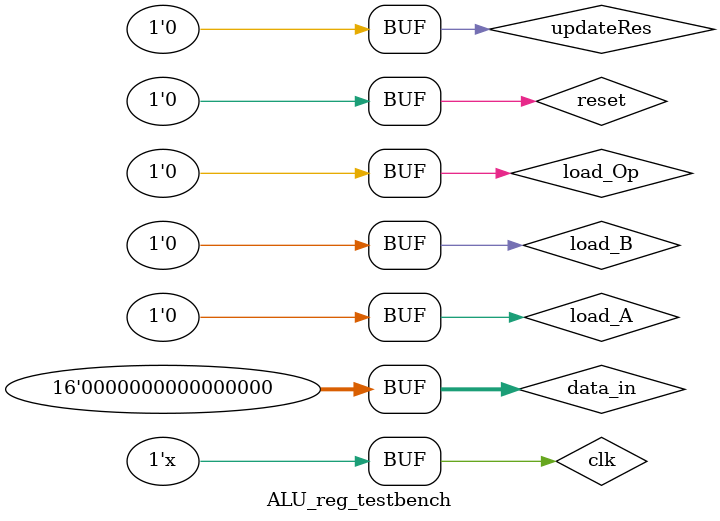
<source format=sv>
`timescale 1ns / 1ps

module ALU_reg_testbench();

    logic   clk, reset, load_A, load_B, load_Op, updateRes;  
    logic   [6:0]     Segments; 
    logic   [7:0]     Anodes;
    logic   [3:0]     LEDs;
    logic   [15:0]    data_in;  //Se va a usar el valor por defecto de 16 bits (4 displays)


        ALU_reg #(
        .N                 (16)
    ) DUT (
        .data_in           (data_in),
        .clk               (clk),
        .reset             (reset),
        .load_A            (load_A),
        .load_B            (load_B),
        .load_Op           (load_Op),
        .updateRes         (updateRes),
        .Segments          (Segments),
        .Anodes            (Anodes),
        .LEDs              (LEDs)
    );

    always #5 clk = ~clk;

    initial begin
        clk = 0;
        reset = 1;

        #10 reset = 0;

        #10

        //Cargar primer dato en A: 

        data_in = 16'hffff;

        #10 load_A = 1;

        #10 load_A = 0;

        #10

        //Cargar segundo dato en B:

        data_in = 16'h1010;

        #10 load_B = 1;

        #10 load_B = 0;

        #10

        //Cargar operacion a hacer

        data_in = 16'd0; //00: Suma

        #10 load_Op = 1;

        #10 load_Op = 0;

        #10

        //Mostrar resultado

        updateRes = 1;

        #10 updateRes = 0;

        //Reset sincronico

        #200 reset = 1;

        #2  reset = 0;

        #5  reset = 1;

        #10 reset = 0;

        //updateRes para mostrar LED de cero

        #10 updateRes = 1;
        #10 updateRes = 0;
        
    end
    
endmodule
</source>
